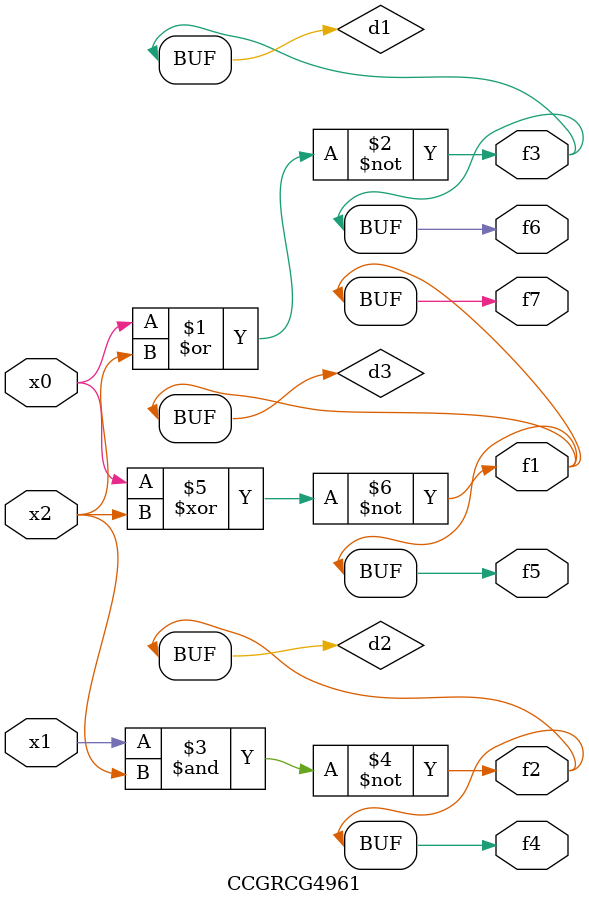
<source format=v>
module CCGRCG4961(
	input x0, x1, x2,
	output f1, f2, f3, f4, f5, f6, f7
);

	wire d1, d2, d3;

	nor (d1, x0, x2);
	nand (d2, x1, x2);
	xnor (d3, x0, x2);
	assign f1 = d3;
	assign f2 = d2;
	assign f3 = d1;
	assign f4 = d2;
	assign f5 = d3;
	assign f6 = d1;
	assign f7 = d3;
endmodule

</source>
